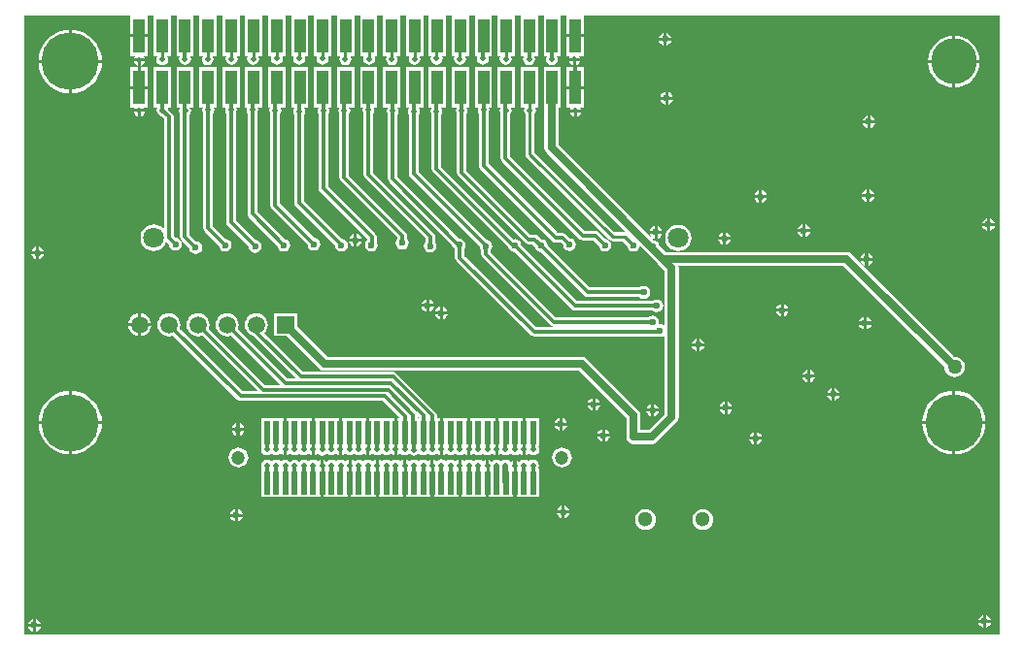
<source format=gbl>
%FSTAX24Y24*%
%MOMM*%
%SFA1B1*%

%IPPOS*%
%ADD12R,0.999998X2.999994*%
%ADD13R,0.499999X1.999996*%
%ADD20C,0.250000*%
%ADD21C,0.309999*%
%ADD22C,0.499999*%
%ADD23C,0.699999*%
%ADD24C,0.299999*%
%ADD25C,0.799998*%
%ADD26C,1.199998*%
%ADD27C,4.999990*%
%ADD28C,3.999992*%
%ADD29C,1.499997*%
%ADD30R,1.499997X1.499997*%
%ADD31C,1.299997*%
%ADD32C,1.799996*%
%ADD33C,0.599999*%
%ADD34C,0.509999*%
%ADD35C,1.269997*%
%LNio-testing-mezzanine-1*%
%LPD*%
G36*
X949999Y099999D02*
X099999D01*
Y639999*
X192499*
Y623799*
X207499*
Y639999*
X212499*
Y604999*
X216099*
X215399Y603899*
X214999Y601899*
X215399Y599899*
X216499Y598199*
X218199Y597099*
X220199Y596699*
X222199Y597099*
X223899Y598199*
X224999Y599899*
X225399Y601899*
X224999Y603899*
X224299Y604999*
X227499*
Y639999*
X232499*
Y604999*
X235599*
X235199Y604399*
X234799Y602399*
X235199Y600399*
X236299Y598699*
X237999Y597599*
X239999Y597199*
X241999Y597599*
X243699Y598699*
X244799Y600399*
X245199Y602399*
X244799Y604399*
X244399Y604999*
X247499*
Y639999*
X252499*
Y604999*
X255399*
X254899Y604199*
X254499Y602199*
X254899Y600199*
X255999Y598499*
X257699Y597399*
X259699Y596999*
X261699Y597399*
X263399Y598499*
X264499Y600199*
X264899Y602199*
X264499Y604199*
X263999Y604999*
X267499*
Y639999*
X272499*
Y604999*
X276199*
X275799Y604399*
X275399Y602399*
X275799Y600399*
X276899Y598699*
X278599Y597599*
X280599Y597199*
X282599Y597599*
X284299Y598699*
X285399Y600399*
X285799Y602399*
X285399Y604399*
X284999Y604999*
X287499*
Y639999*
X292499*
Y604999*
X294999*
X294599Y604399*
X294199Y602399*
X294599Y600399*
X295699Y598699*
X297399Y597599*
X299399Y597199*
X301399Y597599*
X303099Y598699*
X304199Y600399*
X304599Y602399*
X304199Y604399*
X303799Y604999*
X307499*
Y639999*
X312499*
Y604999*
X315599*
X315299Y604599*
X314899Y602599*
X315299Y600599*
X316399Y598899*
X318099Y597799*
X320099Y597399*
X322099Y597799*
X323799Y598899*
X324899Y600599*
X325299Y602599*
X324899Y604599*
X324599Y604999*
X327499*
Y639999*
X332499*
Y604999*
X334999*
X334699Y604599*
X334299Y602599*
X334699Y600599*
X335799Y598899*
X337499Y597799*
X339499Y597399*
X341499Y597799*
X343199Y598899*
X344299Y600599*
X344699Y602599*
X344299Y604599*
X343999Y604999*
X347499*
Y639999*
X352499*
Y604999*
X355299*
X354999Y604599*
X354599Y602599*
X354999Y600599*
X356099Y598899*
X357799Y597799*
X359799Y597399*
X361799Y597799*
X363499Y598899*
X364599Y600599*
X364999Y602599*
X364599Y604599*
X364299Y604999*
X367499*
Y639999*
X372499*
Y604999*
X375399*
X374899Y604199*
X374499Y602199*
X374899Y600199*
X375999Y598499*
X377699Y597399*
X379699Y596999*
X381699Y597399*
X383399Y598499*
X384499Y600199*
X384899Y602199*
X384499Y604199*
X383999Y604999*
X387499*
Y639999*
X392499*
Y604999*
X395999*
X395599Y604399*
X395199Y602399*
X395599Y600399*
X396699Y598699*
X398399Y597599*
X400399Y597199*
X402399Y597599*
X404099Y598699*
X405199Y600399*
X405599Y602399*
X405199Y604399*
X404799Y604999*
X407499*
Y639999*
X412499*
Y604999*
X415899*
X415399Y604199*
X414999Y602199*
X415399Y600199*
X416499Y598499*
X418199Y597399*
X420199Y596999*
X422199Y597399*
X423899Y598499*
X424999Y600199*
X425399Y602199*
X424999Y604199*
X424499Y604999*
X427499*
Y639999*
X432499*
Y604999*
X435699*
X435299Y604399*
X434899Y602399*
X435299Y600399*
X436399Y598699*
X438099Y597599*
X440099Y597199*
X442099Y597599*
X443799Y598699*
X444899Y600399*
X445299Y602399*
X444899Y604399*
X4445Y604999*
X447499*
Y639999*
X452499*
Y604999*
X454799*
X454499Y604599*
X454099Y602599*
X454499Y600599*
X455599Y598899*
X457299Y597799*
X459299Y597399*
X461299Y597799*
X462999Y598899*
X464099Y600599*
X464499Y602599*
X464099Y604599*
X463799Y604999*
X467499*
Y639999*
X472499*
Y604999*
X475199*
X474799Y604399*
X474399Y602399*
X474799Y600399*
X475899Y598699*
X477599Y597599*
X479599Y597199*
X481599Y597599*
X483299Y598699*
X484399Y600399*
X484799Y602399*
X484399Y604399*
X483999Y604999*
X487499*
Y639999*
X492499*
Y604999*
X494999*
X494699Y604599*
X494299Y602599*
X494699Y600599*
X495799Y598899*
X497499Y597799*
X499499Y597399*
X501499Y597799*
X503199Y598899*
X504299Y600599*
X504699Y602599*
X504299Y604599*
X503999Y604999*
X507499*
Y639999*
X512499*
Y604999*
X515099*
X514699Y604399*
X514299Y602399*
X514699Y600399*
X515799Y598699*
X517499Y597599*
X519499Y597199*
X521499Y597599*
X523199Y598699*
X524299Y600399*
X524699Y602399*
X524299Y604399*
X523899Y604999*
X527499*
Y639999*
X532499*
Y604999*
X535499*
X534999Y604199*
X534599Y602199*
X534999Y600199*
X536099Y598499*
X537799Y597399*
X539799Y596999*
X541799Y597399*
X543499Y598499*
X544599Y600199*
X544999Y602199*
X544599Y604199*
X544099Y604999*
X547499*
Y639999*
X552499*
Y604999*
X555299*
X554799Y604199*
X554399Y602199*
X554799Y600199*
X555899Y598499*
X557599Y597399*
X559599Y596999*
X561599Y597399*
X563299Y598499*
X564399Y600199*
X564799Y602199*
X564399Y604199*
X563899Y604999*
X567499*
Y639999*
X572499*
Y623799*
X587499*
Y639999*
X949999*
Y099999*
G37*
%LNio-testing-mezzanine-2*%
%LPC*%
G36*
X659699Y625099D02*
Y620999D01*
X663799*
X663599Y621899*
X662399Y623699*
X660599Y624899*
X659699Y625099*
G37*
G36*
X657099D02*
X656199Y624899D01*
X654399Y623699*
X653199Y621899*
X652999Y620999*
X657099*
Y625099*
G37*
G36*
X663799Y618399D02*
X659699D01*
Y614299*
X660599Y614499*
X662399Y615699*
X663599Y617499*
X663799Y618399*
G37*
G36*
X657099D02*
X652999D01*
X653199Y617499*
X654399Y615699*
X656199Y614499*
X657099Y614299*
Y618399*
G37*
G36*
X587499Y621199D02*
X572499D01*
Y604999*
X575199*
X574499Y603999*
X574399Y603299*
X5842*
X584099Y603999*
X583399Y604999*
X587499*
Y621199*
G37*
G36*
X207499D02*
X192499D01*
Y604999*
X196299*
X195299Y603499*
X195199Y602799*
X204999*
X204899Y603499*
X203899Y604999*
X207499*
Y621199*
G37*
G36*
X911299Y622499D02*
Y601299D01*
X932499*
X932199Y604399*
X930899Y608699*
X928799Y612599*
X925999Y615999*
X922599Y618799*
X918699Y620899*
X9144Y622199*
X911299Y622499*
G37*
G36*
X908699D02*
X905599Y622199D01*
X901299Y620899*
X897399Y618799*
X893999Y615999*
X891199Y612599*
X889099Y608699*
X887799Y604399*
X887499Y601299*
X908699*
Y622499*
G37*
G36*
X141299Y627499D02*
Y601299D01*
X167499*
X167299Y604299*
X166299Y608499*
X164599Y612499*
X162299Y616199*
X159499Y619499*
X156199Y6223*
X152499Y624599*
X148499Y626299*
X144299Y627299*
X141299Y627499*
G37*
G36*
X138699D02*
X135699Y627299D01*
X131499Y626299*
X127499Y624599*
X123799Y6223*
X120499Y619499*
X117699Y616199*
X115399Y612499*
X113699Y608499*
X112699Y604299*
X112499Y601299*
X138699*
Y627499*
G37*
G36*
X5842Y600699D02*
X580599D01*
Y597099*
X581299Y597199*
X582999Y598299*
X584099Y599999*
X5842Y600699*
G37*
G36*
X577999D02*
X574399D01*
X574499Y599999*
X575599Y598299*
X577299Y597199*
X577999Y597099*
Y600699*
G37*
G36*
X204999Y600199D02*
X201399D01*
Y596599*
X202099Y596699*
X203799Y597799*
X204899Y599499*
X204999Y600199*
G37*
G36*
X198799D02*
X195199D01*
X195299Y599499*
X196399Y597799*
X198099Y596699*
X198799Y596599*
Y600199*
G37*
G36*
X587499Y594999D02*
X581299D01*
Y578799*
X587499*
Y594999*
G37*
G36*
X578699D02*
X572499D01*
Y578799*
X578699*
Y594999*
G37*
G36*
X207499D02*
X201299D01*
Y578799*
X207499*
Y594999*
G37*
G36*
X198699D02*
X192499D01*
Y578799*
X198699*
Y594999*
G37*
G36*
X932499Y598699D02*
X911299D01*
Y577499*
X9144Y577799*
X918699Y579099*
X922599Y581199*
X925999Y583999*
X928799Y587399*
X930899Y591299*
X932199Y595599*
X932499Y598699*
G37*
G36*
X908699D02*
X887499D01*
X887799Y595599*
X889099Y591299*
X891199Y587399*
X893999Y583999*
X897399Y581199*
X901299Y579099*
X905599Y577799*
X908699Y577499*
Y598699*
G37*
G36*
X167499D02*
X141299D01*
Y572499*
X144299Y572699*
X148499Y573699*
X152499Y575399*
X156199Y577699*
X159499Y580499*
X162299Y583799*
X164599Y587499*
X166299Y591499*
X167299Y595699*
X167499Y598699*
G37*
G36*
X138699D02*
X112499D01*
X112699Y595699*
X113699Y591499*
X115399Y587499*
X117699Y583799*
X120499Y580499*
X123799Y577699*
X127499Y575399*
X131499Y573699*
X135699Y572699*
X138699Y572499*
Y598699*
G37*
G36*
X660999Y573499D02*
Y569399D01*
X665099*
X664899Y570299*
X663699Y572099*
X661899Y573299*
X660999Y573499*
G37*
G36*
X658399D02*
X657499Y573299D01*
X655699Y572099*
X654499Y570299*
X654299Y569399*
X658399*
Y573499*
G37*
G36*
X665099Y566799D02*
X660999D01*
Y562699*
X661899Y562899*
X663699Y564099*
X664899Y565899*
X665099Y566799*
G37*
G36*
X658399D02*
X654299D01*
X654499Y565899*
X655699Y564099*
X657499Y562899*
X658399Y562699*
Y566799*
G37*
G36*
X207499Y576199D02*
X192499D01*
Y559999*
X195799*
X195299Y559299*
X195199Y558599*
X204999*
X204899Y559299*
X204399Y559999*
X207499*
Y576199*
G37*
G36*
X587499D02*
X572499D01*
Y559999*
X576099*
X575499Y559099*
X575399Y558399*
X585199*
X585099Y559099*
X584499Y559999*
X587499*
Y576199*
G37*
G36*
X204999Y555999D02*
X201399D01*
Y552399*
X202099Y552499*
X203799Y553599*
X204899Y555299*
X204999Y555999*
G37*
G36*
X198799D02*
X195199D01*
X195299Y555299*
X196399Y553599*
X198099Y552499*
X198799Y552399*
Y555999*
G37*
G36*
X585199Y555799D02*
X581599D01*
Y552199*
X582299Y552299*
X583999Y553399*
X585099Y555099*
X585199Y555799*
G37*
G36*
X578999D02*
X575399D01*
X575499Y555099*
X576599Y553399*
X578299Y552299*
X578999Y552199*
Y555799*
G37*
G36*
X837199Y552999D02*
Y548899D01*
X841299*
X841099Y549799*
X839899Y551599*
X838099Y552799*
X837199Y552999*
G37*
G36*
X834599D02*
X833699Y552799D01*
X831899Y551599*
X830699Y549799*
X830499Y548899*
X834599*
Y552999*
G37*
G36*
X841299Y546299D02*
X837199D01*
Y542199*
X838099Y542399*
X839899Y543599*
X841099Y545399*
X841299Y546299*
G37*
G36*
X834599D02*
X830499D01*
X830699Y545399*
X831899Y543599*
X833699Y542399*
X834599Y542199*
Y546299*
G37*
G36*
X836599Y488499D02*
Y484399D01*
X840699*
X840499Y485299*
X839299Y487099*
X837499Y488299*
X836599Y488499*
G37*
G36*
X833999D02*
X833099Y488299D01*
X831299Y487099*
X830099Y485299*
X829899Y484399*
X833999*
Y488499*
G37*
G36*
X742899Y487599D02*
Y483499D01*
X746999*
X746799Y484399*
X745599Y486199*
X743799Y487399*
X742899Y487599*
G37*
G36*
X740299D02*
X739399Y487399D01*
X737599Y486199*
X736399Y484399*
X736199Y483499*
X740299*
Y487599*
G37*
G36*
X840699Y481799D02*
X836599D01*
Y477699*
X837499Y477899*
X839299Y479099*
X840499Y480899*
X840699Y481799*
G37*
G36*
X833999D02*
X829899D01*
X830099Y480899*
X831299Y479099*
X833099Y477899*
X833999Y477699*
Y481799*
G37*
G36*
X746999Y480899D02*
X742899D01*
Y476799*
X743799Y476999*
X745599Y478199*
X746799Y479999*
X746999Y480899*
G37*
G36*
X740299D02*
X736199D01*
X736399Y479999*
X737599Y478199*
X739399Y476999*
X740299Y476799*
Y480899*
G37*
G36*
X941499Y463299D02*
Y459199D01*
X945599*
X945399Y460099*
X944199Y461899*
X942399Y463099*
X941499Y463299*
G37*
G36*
X938899D02*
X937999Y463099D01*
X936199Y461899*
X934999Y460099*
X934799Y459199*
X938899*
Y463299*
G37*
G36*
X780599Y457999D02*
Y453899D01*
X784699*
X784499Y454799*
X783299Y456599*
X781499Y457799*
X780599Y457999*
G37*
G36*
X777999D02*
X777099Y457799D01*
X775299Y456599*
X774099Y454799*
X773899Y453899*
X777999*
Y457999*
G37*
G36*
X227499Y594999D02*
X212499D01*
Y559999*
X2159*
X215599Y559499*
X215199Y557499*
X215599Y555499*
X216699Y553799*
X218399Y552699*
X219499Y552499*
X221599Y550399*
Y453599*
X220899Y454499*
X218499Y456399*
X215699Y457499*
X212699Y457899*
X209699Y457499*
X206899Y456399*
X204499Y454499*
X202599Y452099*
X201499Y449299*
X201099Y446299*
X201499Y443299*
X202599Y440499*
X204499Y438099*
X206899Y436199*
X209699Y435099*
X212699Y434699*
X215699Y435099*
X218499Y436199*
X220899Y438099*
X222799Y440499*
X223699Y442799*
X225999Y440499*
X226399Y438599*
X227599Y436799*
X229399Y435599*
X231599Y435199*
X233799Y435599*
X235599Y436799*
X236799Y438599*
X237199Y440799*
X236799Y442999*
X235599Y444799*
X233799Y445999*
X231899Y446399*
X229999Y448299*
Y552099*
X229599Y553699*
X228699Y555099*
X225399Y558399*
X225199Y559499*
X224899Y559999*
X227499*
Y594999*
G37*
G36*
X945599Y456599D02*
X941499D01*
Y452499*
X942399Y452699*
X944199Y453899*
X945399Y455699*
X945599Y456599*
G37*
G36*
X938899D02*
X934799D01*
X934999Y455699*
X936199Y453899*
X937999Y452699*
X938899Y452499*
Y456599*
G37*
G36*
X651599Y456499D02*
Y452399D01*
X655699*
X655499Y453299*
X654299Y455099*
X652499Y456299*
X651599Y456499*
G37*
G36*
X648999D02*
X648099Y456299D01*
X646299Y455099*
X645099Y453299*
X644899Y452399*
X648999*
Y456499*
G37*
G36*
X567499Y594999D02*
X552499D01*
Y559999*
X553299*
Y524799*
X553799Y522399*
X555099Y520399*
X624899Y450699*
X623399Y450999*
X614199*
X544399Y520799*
Y553799*
X545399Y555299*
X545799Y557299*
X545399Y559299*
X544899Y559999*
X547499*
Y594999*
X532499*
Y559999*
X536299*
X535799Y559299*
X535399Y557299*
X535799Y555299*
X536599Y554099*
Y519199*
X536899Y517699*
X537799Y516499*
X609899Y444399*
X611099Y443499*
X612599Y443199*
X621799*
X625099Y439899*
Y439799*
X625499Y437599*
X626699Y435799*
X628499Y434599*
X630699Y434199*
X632899Y434599*
X634699Y435799*
X635899Y437599*
X636299Y439299*
X652099Y423399*
X657899Y417699*
Y369499*
X656199Y370599*
X653999Y370999*
X652499Y370799*
X652899Y372899*
X652499Y375099*
X651299Y376899*
X649499Y378099*
X647299Y378499*
X645099Y378099*
X643599Y377099*
X563199*
X506399Y433899*
Y435099*
X507399Y436599*
X507799Y438799*
X507399Y440999*
X506199Y442799*
X504399Y443999*
X502999Y444299*
X443399Y503899*
Y553699*
X444099Y554799*
X4445Y556799*
X444099Y5588*
X443399Y559899*
Y559999*
X447499*
Y594999*
X432499*
Y559999*
X434999*
Y559599*
X434499Y5588*
X434099Y556799*
X434499Y554799*
X434999Y553999*
Y502199*
X435299Y500899*
Y500599*
X436299Y499299*
X496599Y438899*
Y438799*
X496999Y436599*
X497999Y435099*
Y432199*
X498299Y430899*
Y430599*
X499299Y429299*
X558599Y369999*
X559899Y368999*
X560199*
X561499Y368699*
X643599*
X643799Y368599*
X545699*
X483699Y430599*
Y437199*
X484199Y437999*
X484599Y440199*
X484199Y442399*
X482999Y444199*
X481199Y445399*
X478999Y445799*
X478699*
X425199Y499299*
Y553799*
X425899Y554899*
X426299Y556899*
X425899Y558899*
X425199Y559999*
X427499*
Y594999*
X412499*
Y559999*
X416799*
Y559699*
X416299Y558899*
X415899Y556899*
X416299Y554899*
X416799Y554099*
Y497599*
X417099Y496299*
Y495999*
X418099Y494699*
X473599Y439099*
X473799Y437999*
X474999Y436199*
X475299Y435999*
Y428899*
X475599Y427599*
Y427299*
X476599Y425999*
X541099Y361499*
X541999Y360799*
X542399Y360499*
X543999Y360199*
X651799*
X653999Y359799*
X656199Y360199*
X657899Y361299*
Y292399*
X643999Y278599*
X637099*
Y291499*
X636599Y293899*
X635299Y295899*
X590499Y340699*
X588499Y341999*
X586099Y342499*
X364299*
X337599Y369099*
Y380399*
X317599*
Y360399*
X328899*
X357299Y331899*
X359299Y330599*
X361699Y330099*
X583499*
X624699Y288899*
Y272399*
X625199Y269999*
X626499Y267999*
X628499Y2667*
X630899Y266199*
X646599*
X648999Y2667*
X650999Y267999*
X668399Y285499*
X669699Y287499*
X670199Y289799*
Y420299*
X669899Y421599*
X813899*
X901799Y333799*
X9017Y333599*
X901999Y331299*
X902899Y329099*
X904399Y327299*
X906199Y325799*
X908399Y324899*
X910699Y324599*
X912999Y324899*
X915199Y325799*
X916999Y327299*
X918499Y329099*
X919399Y331299*
X919699Y333599*
X919399Y335899*
X918499Y338099*
X916999Y339899*
X915199Y341399*
X912999Y342299*
X910699Y342599*
X910499Y342499*
X820899Y432199*
X818899Y433499*
X816499Y433999*
X659099*
X652999Y439999*
X652799Y440999*
X651599Y442799*
X649799Y443999*
X648799Y444199*
X565699Y527399*
Y559999*
X567499*
Y594999*
G37*
G36*
X784699Y451299D02*
X780599D01*
Y447199*
X781499Y447399*
X783299Y448599*
X784499Y450399*
X784699Y451299*
G37*
G36*
X777999D02*
X773899D01*
X774099Y450399*
X775299Y448599*
X777099Y447399*
X777999Y447199*
Y451299*
G37*
G36*
X711399Y451099D02*
Y446999D01*
X715499*
X715299Y447899*
X714099Y449699*
X712299Y450899*
X711399Y451099*
G37*
G36*
X708799D02*
X707899Y450899D01*
X706099Y449699*
X704899Y447899*
X704699Y446999*
X708799*
Y451099*
G37*
G36*
X655699Y449799D02*
X651599D01*
Y445699*
X652499Y445899*
X654299Y447099*
X655499Y448899*
X655699Y449799*
G37*
G36*
X648999D02*
X644899D01*
X645099Y448899*
X646299Y447099*
X648099Y445899*
X648999Y445699*
Y449799*
G37*
G36*
X389799Y449599D02*
Y445499D01*
X393899*
X3937Y446399*
X392499Y448199*
X390699Y449399*
X389799Y449599*
G37*
G36*
X387199D02*
X386299Y449399D01*
X384499Y448199*
X383299Y446399*
X383099Y445499*
X387199*
Y449599*
G37*
G36*
X715499Y444399D02*
X711399D01*
Y440299*
X712299Y440499*
X714099Y441699*
X715299Y443499*
X715499Y444399*
G37*
G36*
X708799D02*
X704699D01*
X704899Y443499*
X706099Y441699*
X707899Y440499*
X708799Y440299*
Y444399*
G37*
G36*
X393899Y442899D02*
X389799D01*
Y438799*
X390699Y438999*
X392499Y440199*
X3937Y441999*
X393899Y442899*
G37*
G36*
X387199D02*
X383099D01*
X383299Y441999*
X384499Y440199*
X386299Y438999*
X387199Y438799*
Y442899*
G37*
G36*
X387499Y594999D02*
X372499D01*
Y559999*
X374499*
X373999Y559299*
X373599Y557299*
X373999Y555299*
X374499Y554499*
Y498799*
X374799Y497499*
Y497199*
X375799Y495899*
X424999Y446599*
Y445399*
X423999Y443899*
X423599Y441699*
X423999Y439499*
X425199Y437699*
X426999Y436499*
X429199Y436099*
X431399Y436499*
X433199Y437699*
X434399Y439499*
X434799Y441699*
X434399Y443899*
X433399Y445399*
Y448299*
X433099Y449899*
X432099Y451199*
X382899Y500499*
Y554199*
X383599Y555299*
X383999Y557299*
X383599Y559299*
X383099Y559999*
X387499*
Y594999*
G37*
G36*
X327499D02*
X312499D01*
Y559999*
X314199*
X313899Y559499*
X313499Y557499*
X313899Y555499*
X314399Y554699*
Y474299*
X314699Y472999*
Y472699*
X315699Y471399*
X346799Y440199*
X347199Y438299*
X348399Y436499*
X350199Y435299*
X352399Y434899*
X354599Y435299*
X356399Y436499*
X357599Y438299*
X357999Y440499*
X357599Y442699*
X356399Y4445*
X354599Y445699*
X352699Y446099*
X322799Y475999*
Y554399*
X323499Y555499*
X323899Y557499*
X323499Y559499*
X323199Y559999*
X327499*
Y594999*
G37*
G36*
X507499D02*
X492499D01*
Y559999*
X495399*
X4953Y559899*
X494899Y557899*
X4953Y555899*
X495799Y555099*
Y509399*
X496099Y508099*
Y507799*
X497099Y506499*
X560299Y443299*
X561599Y442299*
X561899*
X563199Y441999*
X567399*
X569399Y439999*
X569799Y438099*
X570999Y436299*
X572799Y435099*
X574999Y434699*
X577199Y435099*
X578999Y436299*
X580199Y438099*
X580599Y440299*
X580199Y442499*
X578999Y444299*
X577199Y445499*
X575299Y445899*
X571999Y449099*
X570699Y450099*
X570399*
X569099Y450399*
X564899*
X504199Y511099*
Y554799*
X504899Y555899*
X505299Y557899*
X504899Y559899*
X504799Y559999*
X507499*
Y594999*
G37*
G36*
X669899Y457699D02*
X666899Y457299D01*
X664099Y456199*
X661699Y454299*
X659799Y451899*
X658699Y449099*
X658299Y446099*
X658699Y443099*
X659799Y440299*
X661699Y437899*
X664099Y435999*
X666899Y434899*
X669899Y434499*
X672899Y434899*
X675699Y435999*
X678099Y437899*
X679999Y440299*
X681099Y443099*
X681499Y446099*
X681099Y449099*
X679999Y451899*
X678099Y454299*
X675699Y456199*
X672899Y457299*
X669899Y457699*
G37*
G36*
X112799Y438499D02*
Y434399D01*
X116899*
X116699Y435299*
X115499Y437099*
X113699Y438299*
X112799Y438499*
G37*
G36*
X110199D02*
X109299Y438299D01*
X107499Y437099*
X106299Y435299*
X106099Y434399*
X110199*
Y438499*
G37*
G36*
X527499Y594999D02*
X512499D01*
Y559999*
X515199*
X514699Y559299*
X514299Y557299*
X514699Y555299*
X515199Y554499*
Y515599*
X515499Y514299*
Y513999*
X516499Y512699*
X583699Y445499*
X584599Y444799*
X584999Y4445*
X586599Y444199*
X595699*
X600399Y439499*
X600799Y437599*
X601999Y435799*
X603799Y434599*
X605999Y434199*
X608199Y434599*
X609999Y435799*
X611199Y437599*
X611599Y439799*
X611199Y441999*
X609999Y443799*
X608199Y444999*
X606299Y445399*
X600299Y451299*
X598999Y452299*
X598699*
X597399Y452599*
X588299*
X523599Y517299*
Y554199*
X524299Y555299*
X524699Y557299*
X524299Y559299*
X523799Y559999*
X527499*
Y594999*
G37*
G36*
X367499D02*
X352499D01*
Y559999*
X356299*
X355799Y559299*
X355399Y557299*
X355799Y555299*
X356299Y554499*
Y489499*
X356599Y488199*
Y487899*
X357599Y486599*
X398599Y445499*
Y443999*
X398299Y443799*
X397099Y441999*
X396699Y439799*
X397099Y437599*
X398299Y435799*
X400099Y434599*
X402299Y434199*
X404499Y434599*
X406299Y435799*
X407499Y437599*
X407899Y439799*
X407499Y441999*
X406999Y442799*
Y447199*
X406699Y448799*
X405699Y450099*
X364699Y491199*
Y554199*
X365399Y555299*
X365799Y557299*
X365399Y559299*
X364899Y559999*
X367499*
Y594999*
G37*
G36*
X347499D02*
X332499D01*
Y559999*
X335299*
Y559399*
X334799Y558599*
X334399Y556599*
X334799Y554599*
X335299Y553799*
Y476699*
X335599Y475399*
Y475099*
X336599Y473799*
X370699Y439599*
X371099Y437599*
X372299Y435799*
X374099Y434599*
X376299Y434199*
X378499Y434599*
X380299Y435799*
X381499Y437599*
X381899Y439799*
X381499Y441999*
X380299Y443799*
X378499Y444999*
X376699Y445399*
X343699Y478399*
Y553499*
X344399Y554599*
X344799Y556599*
X344399Y558599*
X343699Y559699*
Y559999*
X347499*
Y594999*
G37*
G36*
X307499D02*
X292499D01*
Y559999*
X293899*
X293799Y559899*
X293399Y557899*
X293799Y555899*
X294299Y555099*
Y467299*
X294599Y465999*
Y465699*
X295599Y464399*
X320399Y439499*
X320799Y437599*
X321999Y435799*
X323799Y434599*
X325999Y434199*
X328199Y434599*
X329999Y435799*
X331199Y437599*
X331599Y439799*
X331199Y441999*
X329999Y443799*
X328199Y444999*
X326299Y445399*
X302699Y468999*
Y554799*
X303399Y555899*
X303799Y557899*
X303399Y559899*
X303299Y559999*
X307499*
Y594999*
G37*
G36*
X267499D02*
X252499D01*
Y559999*
X255699*
X255499Y559699*
X255099Y557699*
X255499Y555699*
X255999Y554899*
Y454599*
X256299Y453299*
Y452999*
X257299Y451699*
X269399Y439499*
X269799Y437599*
X270999Y435799*
X272799Y434599*
X274999Y434199*
X277199Y434599*
X278999Y435799*
X280199Y437599*
X280599Y439799*
X280199Y441999*
X278999Y443799*
X277199Y444999*
X275299Y445399*
X264399Y456299*
Y554599*
X265099Y555699*
X265499Y557699*
X265099Y559699*
X264899Y559999*
X267499*
Y594999*
G37*
G36*
X407499D02*
X392499D01*
Y559999*
X395299*
X395099Y559699*
X394699Y557699*
X395099Y555699*
X395599Y554899*
Y501499*
X395899Y500199*
Y499899*
X396899Y498599*
X449999Y445399*
Y443299*
X449699Y443099*
X448499Y441299*
X448099Y439099*
X448499Y436899*
X449699Y435099*
X451499Y433899*
X453699Y433499*
X455899Y433899*
X457699Y435099*
X458899Y436899*
X459299Y439099*
X458899Y441299*
X458399Y442099*
Y447099*
X458099Y448699*
X457099Y449999*
X403999Y503199*
Y554599*
X404699Y555699*
X405099Y557699*
X404699Y559699*
X404499Y559999*
X407499*
Y594999*
G37*
G36*
X287499D02*
X272499D01*
Y559999*
X275299*
X275199Y559899*
X274799Y557899*
X275199Y555899*
X275699Y555099*
Y459899*
X275999Y458599*
Y458299*
X276999Y456999*
X295399Y438499*
X295799Y436599*
X296999Y434799*
X298799Y433599*
X300999Y433199*
X303199Y433599*
X304999Y434799*
X306199Y436599*
X306599Y438799*
X306199Y440999*
X304999Y442799*
X303199Y443999*
X301299Y444399*
X284099Y461599*
Y554799*
X284799Y555899*
X285199Y557899*
X284799Y559899*
X284699Y559999*
X287499*
Y594999*
G37*
G36*
X247499D02*
X232499D01*
Y559999*
X235799*
Y559699*
X235299Y558899*
X234899Y556899*
X235299Y554899*
X235799Y554099*
Y446999*
X236099Y445699*
Y445399*
X237099Y444099*
X243699Y437399*
X244099Y435499*
X245299Y433699*
X247099Y432499*
X249299Y432099*
X251499Y432499*
X253299Y433699*
X254499Y435499*
X254899Y437699*
X254499Y439899*
X253299Y441699*
X251499Y442899*
X249599Y443299*
X244199Y448699*
Y553799*
X244899Y554899*
X245299Y556899*
X244899Y558899*
X244199Y559999*
X247499*
Y594999*
G37*
G36*
X835299Y432799D02*
Y428699D01*
X839399*
X839199Y429599*
X837999Y431399*
X836199Y432599*
X835299Y432799*
G37*
G36*
X832699D02*
X831799Y432599D01*
X829999Y431399*
X828799Y429599*
X828599Y428699*
X832699*
Y432799*
G37*
G36*
X116899Y4318D02*
X112799D01*
Y427699*
X113699Y427899*
X115499Y429099*
X116699Y430899*
X116899Y4318*
G37*
G36*
X110199D02*
X106099D01*
X106299Y430899*
X107499Y429099*
X109299Y427899*
X110199Y427699*
Y4318*
G37*
G36*
X839399Y426099D02*
X835299D01*
Y421999*
X836199Y422199*
X837999Y423399*
X839199Y425199*
X839399Y426099*
G37*
G36*
X832699D02*
X828599D01*
X828799Y425199*
X829999Y423399*
X831799Y422199*
X832699Y421999*
Y426099*
G37*
G36*
X487499Y594999D02*
X472499D01*
Y559999*
X476899*
X476399Y559299*
X475999Y557299*
X476399Y555299*
X476899Y554499*
Y503299*
X477199Y501999*
Y501699*
X478199Y500399*
X536499Y442099*
X537399Y441399*
X537799Y441099*
X539399Y440799*
X543099*
X544799Y439099*
X545199Y437199*
X546399Y435399*
X548199Y434199*
X550099Y433799*
X588299Y395699*
X589599Y394699*
X589899*
X591199Y394399*
X636199*
X637699Y393399*
X639899Y392999*
X642099Y393399*
X643899Y394599*
X645099Y396399*
X645499Y398599*
X645099Y400799*
X643899Y402599*
X642099Y403799*
X639899Y404199*
X637699Y403799*
X636199Y402799*
X592899*
X555999Y439699*
X555599Y441599*
X554399Y443399*
X552599Y444599*
X550699Y444999*
X547699Y447899*
X546399Y448899*
X5461*
X544799Y449199*
X541099*
X485299Y504999*
Y554199*
X485999Y555299*
X486399Y557299*
X485999Y559299*
X485499Y559999*
X487499*
Y594999*
G37*
G36*
X452799Y392499D02*
Y388399D01*
X456899*
X456699Y389299*
X455499Y391099*
X453699Y392299*
X452799Y392499*
G37*
G36*
X450199D02*
X449299Y392299D01*
X447499Y391099*
X446299Y389299*
X446099Y388399*
X450199*
Y392499*
G37*
G36*
X761699Y388499D02*
Y384399D01*
X765799*
X765599Y385299*
X764399Y387099*
X762599Y388299*
X761699Y388499*
G37*
G36*
X759099D02*
X758199Y388299D01*
X756399Y387099*
X755199Y385299*
X754999Y384399*
X759099*
Y388499*
G37*
G36*
X464599Y386099D02*
Y381999D01*
X468699*
X468499Y382899*
X467299Y384699*
X465499Y385899*
X464599Y386099*
G37*
G36*
X461999D02*
X461099Y385899D01*
X459299Y384699*
X458099Y382899*
X457899Y381999*
X461999*
Y386099*
G37*
G36*
X456899Y385799D02*
X452799D01*
Y381699*
X453699Y381899*
X455499Y383099*
X456699Y384899*
X456899Y385799*
G37*
G36*
X450199D02*
X446099D01*
X446299Y384899*
X447499Y383099*
X449299Y381899*
X450199Y381699*
Y385799*
G37*
G36*
X467499Y594999D02*
X452499D01*
Y559999*
X454799*
Y559599*
X454299Y5588*
X453899Y556799*
X454299Y554799*
X454799Y553999*
Y506399*
X455099Y505099*
Y504799*
X456099Y503499*
X522099Y437399*
X523299Y435599*
X525099Y434399*
X526999Y433999*
X577099Y383999*
X578399Y382999*
X578699*
X579999Y382699*
X647299*
X648799Y381699*
X650999Y381299*
X653199Y381699*
X654999Y382899*
X656199Y384699*
X656599Y386899*
X656199Y389099*
X654999Y390899*
X653199Y392099*
X650999Y392499*
X648799Y392099*
X647299Y391099*
X581699*
X532899Y439899*
X532499Y441799*
X531299Y443599*
X529499Y444799*
X527299Y445199*
X526299Y444999*
X463199Y508099*
Y553699*
X463899Y554799*
X464299Y556799*
X463899Y5588*
X463299Y559699*
Y559999*
X467499*
Y594999*
G37*
G36*
X765799Y381799D02*
X761699D01*
Y377699*
X762599Y377899*
X764399Y379099*
X765599Y380899*
X765799Y381799*
G37*
G36*
X759099D02*
X754999D01*
X755199Y380899*
X756399Y379099*
X758199Y377899*
X759099Y377699*
Y381799*
G37*
G36*
X468699Y379399D02*
X464599D01*
Y375299*
X465499Y375499*
X467299Y376699*
X468499Y378499*
X468699Y379399*
G37*
G36*
X461999D02*
X457899D01*
X458099Y378499*
X459299Y376699*
X461099Y375499*
X461999Y375299*
Y379399*
G37*
G36*
X833999Y377199D02*
Y373099D01*
X838099*
X837899Y373999*
X836699Y375799*
X834899Y376999*
X833999Y377199*
G37*
G36*
X831399D02*
X830499Y376999D01*
X828699Y375799*
X827499Y373999*
X827299Y373099*
X831399*
Y377199*
G37*
G36*
X201899Y380399D02*
Y371699D01*
X210599*
X210399Y372999*
X209399Y375499*
X207799Y377599*
X205699Y379199*
X2032Y380199*
X201899Y380399*
G37*
G36*
X199299D02*
X197999Y380199D01*
X195499Y379199*
X193399Y377599*
X191799Y375499*
X190799Y372999*
X190599Y371699*
X199299*
Y380399*
G37*
G36*
X838099Y370499D02*
X833999D01*
Y366399*
X834899Y366599*
X836699Y367799*
X837899Y369599*
X838099Y370499*
G37*
G36*
X831399D02*
X827299D01*
X827499Y369599*
X828699Y367799*
X830499Y366599*
X831399Y366399*
Y370499*
G37*
G36*
X210599Y369099D02*
X201899D01*
Y360399*
X2032Y360599*
X205699Y361599*
X207799Y363199*
X209399Y365299*
X210399Y367799*
X210599Y369099*
G37*
G36*
X199299D02*
X190599D01*
X190799Y367799*
X191799Y365299*
X193399Y363199*
X195499Y361599*
X197999Y360599*
X199299Y360399*
Y369099*
G37*
G36*
X688399Y358399D02*
Y354299D01*
X692499*
X692299Y355199*
X691099Y356999*
X689299Y358199*
X688399Y358399*
G37*
G36*
X6858D02*
X684899Y358199D01*
X683099Y356999*
X681899Y355199*
X681699Y354299*
X6858*
Y358399*
G37*
G36*
X692499Y351699D02*
X688399D01*
Y347599*
X689299Y347799*
X691099Y348999*
X692299Y350799*
X692499Y351699*
G37*
G36*
X6858D02*
X681699D01*
X681899Y350799*
X683099Y348999*
X684899Y347799*
X6858Y347599*
Y351699*
G37*
G36*
X784699Y330999D02*
Y326899D01*
X788799*
X788599Y327799*
X7874Y329599*
X785599Y330799*
X784699Y330999*
G37*
G36*
X782099D02*
X781199Y330799D01*
X779399Y329599*
X778199Y327799*
X777999Y326899*
X782099*
Y330999*
G37*
G36*
X302199Y380499D02*
X299599Y380199D01*
X297099Y379199*
X294999Y377599*
X293399Y375499*
X292399Y372999*
X2921Y370399*
X292399Y367799*
X293399Y365299*
X294999Y363199*
X297099Y361599*
X299399Y360699*
X336799Y323299*
X329699*
X286199Y366799*
X286599Y367799*
X286899Y370399*
X286599Y372999*
X285599Y375499*
X283999Y377599*
X281899Y379199*
X2794Y380199*
X276799Y380499*
X274199Y380199*
X271699Y379199*
X269599Y377599*
X267999Y375499*
X266999Y372999*
X2667Y370399*
X266999Y367799*
X267999Y365299*
X269599Y363199*
X271699Y361599*
X274199Y360599*
X276799Y360299*
X2794Y360599*
X280399Y360999*
X323599Y317799*
X309899*
X260799Y366799*
X261199Y367799*
X261499Y370399*
X261199Y372999*
X260199Y375499*
X258599Y377599*
X256499Y379199*
X254Y380199*
X251399Y380499*
X248799Y380199*
X246299Y379199*
X244199Y377599*
X242599Y375499*
X241599Y372999*
X2413Y370399*
X241599Y367799*
X242599Y365299*
X244199Y363199*
X246299Y361599*
X248799Y360599*
X251399Y360299*
X254Y360599*
X254999Y360999*
X303799Y312199*
X289999*
X235399Y366799*
X235799Y367799*
X236099Y370399*
X235799Y372999*
X234799Y375499*
X233199Y377599*
X231099Y379199*
X2286Y380199*
X225999Y380499*
X223399Y380199*
X220899Y379199*
X218799Y377599*
X217199Y375499*
X216199Y372999*
X2159Y370399*
X216199Y367799*
X217199Y365299*
X218799Y363199*
X220899Y361599*
X223399Y360599*
X225999Y360299*
X2286Y360599*
X229599Y360999*
X285399Y305199*
X286699Y304299*
X288299Y303999*
X412399*
X427299Y288999*
X424799*
Y276499*
X422199*
Y288999*
X400799*
Y276499*
X398199*
Y288999*
X376799*
Y276499*
X374199*
Y288999*
X352799*
Y276499*
X350199*
Y288999*
X328799*
Y276499*
X326199*
Y288999*
X306499*
Y263999*
X306899*
X306599Y263499*
X306199Y261499*
X306599Y259499*
X307699Y257799*
X309399Y256699*
X311399Y256299*
X313399Y256699*
X315099Y257799*
X315399Y258299*
X315599Y257899*
X317299Y256799*
X319299Y256399*
X321299Y256799*
X322999Y257899*
X323499Y258699*
X323899Y257899*
X325599Y256799*
X326299Y256699*
Y261599*
X328899*
Y256699*
X329599Y256799*
X331299Y257899*
X331499Y258299*
X331799Y257799*
X333499Y256699*
X335499Y256299*
X337499Y256699*
X339199Y257799*
X339599Y258399*
X339899Y257799*
X341599Y256699*
X343599Y256299*
X345599Y256699*
X347299Y257799*
X347499Y258199*
X347799Y257699*
X349499Y256599*
X350199Y256499*
Y261399*
X352799*
Y256499*
X353499Y256599*
X355199Y257699*
X355499Y258199*
X355799Y257699*
X357499Y256599*
X359499Y256199*
X361499Y256599*
X363199Y257699*
X363599Y258399*
X363799Y257999*
X365499Y256899*
X367499Y256499*
X369499Y256899*
X371199Y257999*
X371499Y258499*
X371799Y257999*
X373499Y256899*
X374199Y256799*
Y261699*
X376799*
Y256799*
X377499Y256899*
X379199Y257999*
X379399Y258399*
X379799Y257799*
X381499Y256699*
X383499Y256299*
X385499Y256699*
X387199Y257799*
X387499Y258299*
X387799Y257799*
X389499Y256699*
X391499Y256299*
X393499Y256699*
X395199Y257799*
X395599Y258499*
X395899Y257899*
X397599Y256799*
X398299Y256699*
Y261599*
X400899*
Y256699*
X401599Y256799*
X403299Y257899*
X403499Y258299*
X403799Y257799*
X405499Y256699*
X407499Y256299*
X409499Y256699*
X411199Y257799*
X411599Y258499*
X411999Y257899*
X413699Y256799*
X415699Y256399*
X417699Y256799*
X419399Y257899*
X419499Y258199*
X419699Y257799*
X421399Y256699*
X422099Y256599*
Y261499*
X424699*
Y256599*
X425399Y256699*
X427099Y257799*
X427399Y258399*
X427799Y257799*
X429499Y256699*
X431499Y256299*
X433499Y256699*
X435199Y257799*
X435399Y258199*
X435799Y257599*
X437499Y256499*
X439499Y256099*
X441499Y256499*
X443199Y257599*
X443599Y258199*
X443799Y257799*
X445499Y256699*
X447499Y256299*
X449499Y256699*
X451199Y257799*
X451499Y258299*
X451799Y257799*
X453499Y256699*
X455499Y256299*
X457499Y256699*
X459199Y257799*
X459499Y258399*
X459799Y257899*
X461499Y256799*
X462199Y256699*
Y261599*
X464799*
Y256699*
X465499Y256799*
X467199Y257899*
X467499Y258399*
X467799Y257799*
X469499Y256699*
X471499Y256299*
X473499Y256699*
X475199Y257799*
X475599Y258399*
X475899Y257799*
X477599Y256699*
X479599Y256299*
X481599Y256699*
X483299Y257799*
X483499Y258199*
X483799Y257699*
X485499Y256599*
X486199Y256499*
Y261399*
X488799*
Y256499*
X489499Y256599*
X491199Y257699*
X491499Y258299*
X491799Y257799*
X493499Y256699*
X495499Y256299*
X497499Y256699*
X499199Y257799*
X499399Y258299*
X499699Y257799*
X501399Y256699*
X503399Y256299*
X505399Y256699*
X507099Y257799*
X507399Y258399*
X507799Y257699*
X509499Y256599*
X510199Y256499*
Y261399*
X512799*
Y256499*
X513499Y256599*
X515199Y257699*
X515499Y258199*
X515699Y257799*
X517399Y256699*
X519399Y256299*
X521399Y256699*
X523099Y257799*
X523499Y258499*
X523899Y257899*
X525599Y256799*
X527599Y256399*
X529599Y256799*
X531299Y257899*
X531499Y258299*
X531799Y257799*
X533499Y256699*
X534199Y256599*
Y261499*
X536799*
Y256599*
X537499Y256699*
X539199Y257799*
X539599Y258499*
X539899Y257899*
X541599Y256799*
X543599Y256399*
X545599Y256799*
X547299Y257899*
X548399Y259599*
X548799Y261599*
X548399Y263599*
X548099Y263999*
X548499*
Y288999*
X536799*
Y276499*
X534199*
Y288999*
X512799*
Y276499*
X510199*
Y288999*
X488799*
Y276499*
X486199*
Y288999*
X464799*
Y276499*
X462199*
Y288999*
X459599*
Y291099*
X459299Y292699*
X458399Y293999*
X424399Y327999*
X423099Y328899*
X421499Y329199*
X342499*
X308899Y362899*
X309399Y363199*
X310999Y365299*
X311999Y367799*
X312299Y370399*
X311999Y372999*
X310999Y375499*
X309399Y377599*
X307299Y379199*
X3048Y380199*
X302199Y380499*
G37*
G36*
X788799Y324299D02*
X784699D01*
Y320199*
X785599Y320399*
X7874Y321599*
X788599Y323399*
X788799Y324299*
G37*
G36*
X782099D02*
X777999D01*
X778199Y323399*
X779399Y321599*
X781199Y320399*
X782099Y320199*
Y324299*
G37*
G36*
X806199Y315199D02*
Y311099D01*
X810299*
X810099Y311999*
X808899Y313799*
X807099Y314999*
X806199Y315199*
G37*
G36*
X803599D02*
X802699Y314999D01*
X800899Y313799*
X799699Y311999*
X799499Y311099*
X803599*
Y315199*
G37*
G36*
X810299Y308499D02*
X806199D01*
Y304399*
X807099Y304599*
X808899Y305799*
X810099Y307599*
X810299Y308499*
G37*
G36*
X803599D02*
X799499D01*
X799699Y307599*
X800899Y305799*
X802699Y304599*
X803599Y304399*
Y308499*
G37*
G36*
X597499Y306399D02*
Y302299D01*
X601599*
X601399Y303199*
X600199Y304999*
X598399Y306199*
X597499Y306399*
G37*
G36*
X594899D02*
X593999Y306199D01*
X592199Y304999*
X590999Y303199*
X590799Y302299*
X594899*
Y306399*
G37*
G36*
X712599Y303199D02*
Y299099D01*
X716699*
X716499Y299999*
X715299Y301799*
X713499Y302999*
X712599Y303199*
G37*
G36*
X709999D02*
X709099Y302999D01*
X707299Y301799*
X706099Y299999*
X705899Y299099*
X709999*
Y303199*
G37*
G36*
X648799Y301299D02*
Y297199D01*
X652899*
X652699Y298099*
X651499Y299899*
X649699Y301099*
X648799Y301299*
G37*
G36*
X646199D02*
X645299Y301099D01*
X643499Y299899*
X642299Y298099*
X642099Y297199*
X646199*
Y301299*
G37*
G36*
X601599Y299699D02*
X597499D01*
Y295599*
X598399Y295799*
X600199Y296999*
X601399Y298799*
X601599Y299699*
G37*
G36*
X594899D02*
X590799D01*
X590999Y298799*
X592199Y296999*
X593999Y295799*
X594899Y295599*
Y299699*
G37*
G36*
X716699Y296499D02*
X712599D01*
Y292399*
X713499Y292599*
X715299Y293799*
X716499Y295599*
X716699Y296499*
G37*
G36*
X709999D02*
X705899D01*
X706099Y295599*
X707299Y293799*
X709099Y292599*
X709999Y292399*
Y296499*
G37*
G36*
X652899Y294599D02*
X648799D01*
Y290499*
X649699Y290699*
X651499Y291899*
X652699Y293699*
X652899Y294599*
G37*
G36*
X646199D02*
X642099D01*
X642299Y293699*
X643499Y291899*
X645299Y290699*
X646199Y290499*
Y294599*
G37*
G36*
X911299Y312499D02*
Y286299D01*
X937499*
X937299Y289299*
X936299Y293499*
X934599Y297499*
X932299Y301199*
X929499Y304499*
X926199Y307299*
X922499Y309599*
X918499Y311299*
X914299Y312299*
X911299Y312499*
G37*
G36*
X908699D02*
X905699Y312299D01*
X901499Y311299*
X897499Y309599*
X893799Y307299*
X890499Y304499*
X887699Y301199*
X885399Y297499*
X883699Y293499*
X882699Y289299*
X882499Y286299*
X908699*
Y312499*
G37*
G36*
X141299D02*
Y286299D01*
X167499*
X167299Y289299*
X166299Y293499*
X164599Y297499*
X162299Y301199*
X159499Y304499*
X156199Y307299*
X152499Y309599*
X148499Y311299*
X144299Y312299*
X141299Y312499*
G37*
G36*
X138699D02*
X135699Y312299D01*
X131499Y311299*
X127499Y309599*
X123799Y307299*
X120499Y304499*
X117699Y301199*
X115399Y297499*
X113699Y293499*
X112699Y289299*
X112499Y286299*
X138699*
Y312499*
G37*
G36*
X568799Y288999D02*
Y284899D01*
X572899*
X572699Y285799*
X5715Y287599*
X569699Y288799*
X568799Y288999*
G37*
G36*
X566199D02*
X565299Y288799D01*
X563499Y287599*
X562299Y285799*
X562099Y284899*
X566199*
Y288999*
G37*
G36*
X287499Y284399D02*
Y280299D01*
X291599*
X291399Y281199*
X290199Y282999*
X288399Y284199*
X287499Y284399*
G37*
G36*
X284899D02*
X283999Y284199D01*
X282199Y282999*
X280999Y281199*
X280799Y280299*
X284899*
Y284399*
G37*
G36*
X572899Y282299D02*
X568799D01*
Y278199*
X569699Y278399*
X5715Y279599*
X572699Y281399*
X572899Y282299*
G37*
G36*
X566199D02*
X562099D01*
X562299Y281399*
X563499Y279599*
X565299Y278399*
X566199Y278199*
Y282299*
G37*
G36*
X605999Y279299D02*
Y275199D01*
X610099*
X609899Y276099*
X608699Y277899*
X606899Y279099*
X605999Y279299*
G37*
G36*
X603399D02*
X602499Y279099D01*
X600699Y277899*
X599499Y276099*
X599299Y275199*
X603399*
Y279299*
G37*
G36*
X291599Y277699D02*
X287499D01*
Y273599*
X288399Y273799*
X290199Y274999*
X291399Y276799*
X291599Y277699*
G37*
G36*
X284899D02*
X280799D01*
X280999Y276799*
X282199Y274999*
X283999Y273799*
X284899Y273599*
Y277699*
G37*
G36*
X738599Y276699D02*
Y272599D01*
X742699*
X742499Y273399*
X741299Y275299*
X739499Y276499*
X738599Y276699*
G37*
G36*
X735999D02*
X735099Y276499D01*
X733299Y275299*
X732099Y273399*
X731899Y272599*
X735999*
Y276699*
G37*
G36*
X610099Y272599D02*
X605999D01*
Y268499*
X606899Y268699*
X608699Y269899*
X609899Y271699*
X610099Y272599*
G37*
G36*
X603399D02*
X599299D01*
X599499Y271699*
X600699Y269899*
X602499Y268699*
X603399Y268499*
Y272599*
G37*
G36*
X742699Y269999D02*
X738599D01*
Y265899*
X739499Y266099*
X741299Y267299*
X742499Y269099*
X742699Y269999*
G37*
G36*
X735999D02*
X731899D01*
X732099Y269099*
X733299Y267299*
X735099Y266099*
X735999Y265899*
Y269999*
G37*
G36*
X937499Y283699D02*
X911299D01*
Y257499*
X914299Y257699*
X918499Y258699*
X922499Y260399*
X926199Y262699*
X929499Y265499*
X932299Y268799*
X934599Y272499*
X936299Y276499*
X937299Y280699*
X937499Y283699*
G37*
G36*
X908699D02*
X882499D01*
X882699Y280699*
X883699Y276499*
X885399Y272499*
X887699Y268799*
X890499Y265499*
X893799Y262699*
X897499Y260399*
X901499Y258699*
X905699Y257699*
X908699Y257499*
Y283699*
G37*
G36*
X167499D02*
X141299D01*
Y257499*
X144299Y257699*
X148499Y258699*
X152499Y260399*
X156199Y262699*
X159499Y265499*
X162299Y268799*
X164599Y272499*
X166299Y276499*
X167299Y280699*
X167499Y283699*
G37*
G36*
X138699D02*
X112499D01*
X112699Y280699*
X113699Y276499*
X115399Y272499*
X117699Y268799*
X120499Y265499*
X123799Y262699*
X127499Y260399*
X131499Y258699*
X135699Y257699*
X138699Y257499*
Y283699*
G37*
G36*
X463499Y252899D02*
X461499Y252499D01*
X459799Y251399*
X459399Y250699*
X459099Y251299*
X457399Y252399*
X456699Y252499*
Y247599*
X454099*
Y252499*
X453399Y252399*
X451699Y251299*
X451399Y250799*
X451199Y251199*
X449499Y252299*
X447499Y252699*
X445499Y252299*
X443799Y251199*
X443599Y250799*
X443299Y251299*
X441599Y252399*
X439599Y252799*
X437599Y252399*
X435899Y251299*
X435599Y250699*
X435299Y251199*
X433599Y252299*
X432899Y252399*
Y247499*
X430299*
Y252399*
X429599Y252299*
X427899Y251199*
X427599Y250599*
X427199Y251199*
X425499Y252299*
X423499Y252699*
X421499Y252299*
X419799Y251199*
X419499Y250699*
X419199Y251299*
X417499Y252399*
X415499Y252799*
X413499Y252399*
X411799Y251299*
X411499Y250699*
X411199Y251199*
X409499Y252299*
X408799Y252399*
Y247499*
X406199*
Y252399*
X405499Y252299*
X403799Y251199*
X403499Y250599*
X403099Y251199*
X401399Y252299*
X399399Y252699*
X397399Y252299*
X395699Y251199*
X395299Y250599*
X395099Y250999*
X393399Y252099*
X391399Y252499*
X389399Y252099*
X387699Y250999*
X387599Y250799*
X387399Y251199*
X385699Y252299*
X384999Y252399*
Y247499*
X382399*
Y252399*
X381699Y252299*
X379999Y251199*
X379699Y250599*
X379299Y251199*
X377599Y252299*
X375599Y252699*
X373599Y252299*
X371899Y251199*
X371599Y250699*
X371299Y251199*
X369599Y252299*
X367599Y252699*
X365599Y252299*
X363899Y251199*
X363499Y250499*
X363199Y251099*
X361499Y252199*
X360799Y252299*
Y247399*
X358199*
Y252299*
X357499Y252199*
X355799Y251099*
X3556Y250699*
X355299Y251299*
X353599Y252399*
X351599Y252799*
X349599Y252399*
X347899Y251299*
X347599Y250799*
X347399Y251199*
X345699Y252299*
X343699Y252699*
X341699Y252299*
X339999Y251199*
X339599Y250499*
X339299Y251099*
X337599Y252199*
X335599Y252599*
X333599Y252199*
X331899Y251099*
X331499Y250499*
X331199Y251099*
X329499Y252199*
X327499Y252599*
X325499Y252199*
X323799Y251099*
X323599Y250699*
X323299Y251199*
X321599Y252299*
X319599Y252699*
X317599Y252299*
X315899Y251199*
X315599Y250599*
X315199Y251199*
X313499Y252299*
X311499Y252699*
X309499Y252299*
X307799Y251199*
X306699Y249499*
X306299Y247499*
X306699Y245499*
X306999Y244999*
X306499*
Y219999*
X358199*
Y232499*
X360799*
Y219999*
X382199*
Y232499*
X384799*
Y219999*
X406199*
Y232499*
X408799*
Y219999*
X430199*
Y232499*
X432799*
Y219999*
X454199*
Y232499*
X456799*
Y219999*
X478199*
Y232499*
X480799*
Y219999*
X502199*
Y232499*
X504799*
Y219999*
X526199*
Y232499*
X528799*
Y219999*
X548499*
Y244999*
X547799*
X548099Y245499*
X548499Y247499*
X548099Y249499*
X546999Y251199*
X545299Y252299*
X543299Y252699*
X541299Y252299*
X539599Y251199*
X539399Y250799*
X539199Y251199*
X537499Y252299*
X535499Y252699*
X533499Y252299*
X531799Y251199*
X531499Y250599*
X531199Y251099*
X529499Y252199*
X528799Y252299*
Y247399*
X526199*
Y252299*
X525499Y252199*
X523799Y251099*
X523499Y250599*
X523099Y251299*
X521399Y252399*
X519399Y252799*
X517399Y252399*
X515699Y251299*
X515399Y250799*
X515099Y251299*
X513399Y252399*
X511399Y252799*
X509399Y252399*
X507699Y251299*
X507299Y250599*
X507099Y250999*
X505399Y252099*
X504699Y252199*
Y247299*
X502099*
Y252199*
X501399Y252099*
X499699Y250999*
X499499Y250599*
X499199Y251199*
X497499Y252299*
X495499Y252699*
X493499Y252299*
X491799Y251199*
X491499Y250599*
X491099Y251199*
X489399Y252299*
X487399Y252699*
X485399Y252299*
X483699Y251199*
X483499Y250699*
X483199Y251199*
X481499Y252299*
X480799Y252399*
Y247499*
X478199*
Y252399*
X477499Y252299*
X475799Y251199*
X475499Y250599*
X475099Y251299*
X473399Y252399*
X471399Y252799*
X469399Y252399*
X467699Y251299*
X467499Y250899*
X467199Y251399*
X465499Y252499*
X463499Y252899*
G37*
G36*
X568499Y263099D02*
X566299Y262799D01*
X564199Y261999*
X562399Y260599*
X560999Y258799*
X560199Y256699*
X559899Y254499*
X560199Y252299*
X560999Y250199*
X562399Y248399*
X564199Y246999*
X566299Y246199*
X568499Y245899*
X570699Y246199*
X572799Y246999*
X574599Y248399*
X575999Y250199*
X576799Y252299*
X577099Y254499*
X576799Y256699*
X575999Y258799*
X574599Y260599*
X572799Y261999*
X570699Y262799*
X568499Y263099*
G37*
G36*
X286499D02*
X284299Y262799D01*
X282199Y261999*
X280399Y260599*
X278999Y258799*
X278199Y256699*
X277899Y254499*
X278199Y252299*
X278999Y250199*
X280399Y248399*
X282199Y246999*
X284299Y246199*
X286499Y245899*
X288699Y246199*
X290799Y246999*
X292599Y248399*
X293999Y250199*
X294799Y252299*
X295099Y254499*
X294799Y256699*
X293999Y258799*
X292599Y260599*
X290799Y261999*
X288699Y262799*
X286499Y263099*
G37*
G36*
X570899Y212499D02*
Y208399D01*
X574999*
X574799Y209299*
X573599Y211099*
X571799Y212299*
X570899Y212499*
G37*
G36*
X568299D02*
X567399Y212299D01*
X565599Y211099*
X564399Y209299*
X564199Y208399*
X568299*
Y212499*
G37*
G36*
X285999Y209499D02*
Y205399D01*
X290099*
X289899Y206299*
X288699Y208099*
X286899Y209299*
X285999Y209499*
G37*
G36*
X283399D02*
X282499Y209299D01*
X280699Y208099*
X279499Y206299*
X279299Y205399*
X283399*
Y209499*
G37*
G36*
X574999Y205799D02*
X570899D01*
Y201699*
X571799Y201899*
X573599Y203099*
X574799Y204899*
X574999Y205799*
G37*
G36*
X568299D02*
X564199D01*
X564399Y204899*
X565599Y203099*
X567399Y201899*
X568299Y201699*
Y205799*
G37*
G36*
X290099Y202799D02*
X285999D01*
Y198699*
X286899Y198899*
X288699Y200099*
X289899Y201899*
X290099Y202799*
G37*
G36*
X283399D02*
X279299D01*
X279499Y201899*
X280699Y200099*
X282499Y198899*
X283399Y198699*
Y202799*
G37*
G36*
X691199Y209599D02*
X688799Y209299D01*
X686599Y208399*
X684799Y206899*
X683299Y205099*
X682399Y202899*
X682099Y200499*
X682399Y198099*
X683299Y195899*
X684799Y194099*
X686599Y192599*
X688799Y191699*
X691199Y191399*
X693599Y191699*
X695799Y192599*
X697599Y194099*
X699099Y195899*
X699999Y198099*
X700299Y200499*
X699999Y202899*
X699099Y205099*
X697599Y206899*
X695799Y208399*
X693599Y209299*
X691199Y209599*
G37*
G36*
X641199D02*
X638799Y209299D01*
X636599Y208399*
X634799Y206899*
X633299Y205099*
X632399Y202899*
X632099Y200499*
X632399Y198099*
X633299Y195899*
X634799Y194099*
X636599Y192599*
X638799Y191699*
X641199Y191399*
X643599Y191699*
X645799Y192599*
X647599Y194099*
X649099Y195899*
X649999Y198099*
X650299Y200499*
X649999Y202899*
X649099Y205099*
X647599Y206899*
X645799Y208399*
X643599Y209299*
X641199Y209599*
G37*
G36*
X937999Y117099D02*
Y112999D01*
X942099*
X941999Y113899*
X940699Y115699*
X938899Y116899*
X937999Y117099*
G37*
G36*
X935499D02*
X934599Y116899D01*
X932799Y115699*
X931499Y113899*
X931399Y112999*
X935499*
Y117099*
G37*
G36*
X110099Y113499D02*
Y109399D01*
X114199*
X113999Y110299*
X112799Y112099*
X110999Y113299*
X110099Y113499*
G37*
G36*
X107499D02*
X106599Y113299D01*
X104799Y112099*
X103599Y110299*
X103399Y109399*
X107499*
Y113499*
G37*
G36*
X942099Y110399D02*
X937999D01*
Y106299*
X938899Y106499*
X940699Y107699*
X941999Y109499*
X942099Y110399*
G37*
G36*
X935499D02*
X931399D01*
X931499Y109499*
X932799Y107699*
X934599Y106499*
X935499Y106299*
Y110399*
G37*
G36*
X114199Y106799D02*
X110099D01*
Y102699*
X110999Y102899*
X112799Y104099*
X113999Y105899*
X114199Y106799*
G37*
G36*
X107499D02*
X103399D01*
X103599Y105899*
X104799Y104099*
X106599Y102899*
X107499Y102699*
Y106799*
G37*
%LNio-testing-mezzanine-3*%
%LPD*%
G36*
X443399Y289399D02*
Y288999D01*
X443199*
Y289599*
X443399Y289399*
G37*
G54D12*
X199999Y622499D03*
Y577499D03*
X219999Y622499D03*
Y577499D03*
X239999Y622499D03*
Y577499D03*
X259999Y622499D03*
Y577499D03*
X279999Y622499D03*
Y577499D03*
X299999Y622499D03*
Y577499D03*
X319999Y622499D03*
Y577499D03*
X339999Y622499D03*
Y577499D03*
X359999Y622499D03*
Y577499D03*
X379999Y622499D03*
Y577499D03*
X399999Y622499D03*
Y577499D03*
X419999Y622499D03*
Y577499D03*
X439999Y622499D03*
Y577499D03*
X459999Y622499D03*
Y577499D03*
X479999Y622499D03*
Y577499D03*
X499999Y622499D03*
Y577499D03*
X519999Y622499D03*
Y577499D03*
X539999Y622499D03*
Y577499D03*
X559999Y622499D03*
Y577499D03*
X579999Y622499D03*
Y577499D03*
G54D13*
X311499Y276499D03*
X319499Y232499D03*
X327499D03*
X335499D03*
X343499D03*
X351499D03*
X359499D03*
X367499D03*
X375499D03*
X383499D03*
X391499D03*
X399499D03*
X407499D03*
X415499D03*
X423499D03*
X431499D03*
X439499D03*
X447499D03*
X455499D03*
X463499D03*
X471499D03*
X479499D03*
X487499D03*
X495499D03*
X503499D03*
X511499D03*
X519499D03*
X527499D03*
X535499D03*
X543499D03*
X311499D03*
X319499Y276499D03*
X327499D03*
X335499D03*
X343499D03*
X351499D03*
X359499D03*
X367499D03*
X375499D03*
X383499D03*
X391499D03*
X399499D03*
X407499D03*
X415499D03*
X423499D03*
X431499D03*
X439499D03*
X447499D03*
X455499D03*
X463499D03*
X471499D03*
X479499D03*
X487499D03*
X495499D03*
X503499D03*
X511499D03*
X519499D03*
X527499D03*
X535499D03*
X543499D03*
G54D20*
X220199Y601899D02*
Y620999D01*
X259699Y602199D02*
Y620499D01*
X280599Y602399D02*
Y621399D01*
X299399Y602399D02*
Y620199D01*
X320099Y602599D02*
Y620899D01*
X339499Y602599D02*
Y620299D01*
X359799Y602599D02*
Y620599D01*
X379699Y602199D02*
Y620499D01*
X400399Y602399D02*
Y621199D01*
X420199Y602199D02*
Y620999D01*
X440099Y602399D02*
Y620899D01*
X459299Y602599D02*
Y620099D01*
X479599Y602399D02*
Y620399D01*
X519499Y602399D02*
Y620299D01*
X540499Y519199D02*
X612599Y447099D01*
X623399*
X630699Y439799*
X327599Y261599D02*
Y276399D01*
X351499Y261399D02*
Y276499D01*
X375499Y261699D02*
Y276499D01*
X399599Y261599D02*
Y270699D01*
X423399Y261499D02*
Y276399D01*
X463499Y261599D02*
Y276499D01*
X487499Y261399D02*
Y276499D01*
X511499Y261399D02*
Y276499D01*
X503399Y232599D02*
Y247299D01*
X479499Y232499D02*
Y247499D01*
X455399Y232599D02*
Y247599D01*
X431599Y232599D02*
Y247499D01*
X407499Y232499D02*
Y247499D01*
X383699Y232699D02*
Y247499D01*
X359499Y232499D02*
Y247399D01*
X540499Y519199D02*
Y569299D01*
X527499Y232499D02*
Y247399D01*
X535499Y261499D02*
Y276499D01*
G54D21*
X459099Y556799D02*
Y570299D01*
X481199Y557299D02*
Y572399D01*
X479499Y428899D02*
Y439099D01*
X399799Y501499D02*
X454199Y447099D01*
X360499Y489499D02*
X402799Y447199D01*
X325999Y439799D02*
Y440799D01*
X239999Y602399D02*
Y620799D01*
X499499Y602599D02*
Y620299D01*
X539799Y602199D02*
Y620599D01*
X559599Y602199D02*
Y620399D01*
X220399Y557499D02*
X225799Y552099D01*
Y446599D02*
Y552099D01*
X220399Y557499D02*
Y577099D01*
X429199Y441699D02*
Y448299D01*
X378699Y498799D02*
X429199Y448299D01*
X260199Y454599D02*
X274999Y439799D01*
X239999Y446999D02*
X249299Y437699D01*
X225799Y446599D02*
X231599Y440799D01*
X339499Y476699D02*
X376799Y439399D01*
X402799Y439799D02*
Y447199D01*
X454199Y439099D02*
Y447099D01*
X420999Y497599D02*
X479499Y439099D01*
X502199Y438799D02*
X502599D01*
X502199Y432199D02*
Y438799D01*
X439199Y502199D02*
X502599Y438799D01*
X519399Y515599D02*
X586599Y448399D01*
X597399*
X605999Y439799*
X499999Y509399D02*
X563199Y446199D01*
X569099*
X574999Y440299*
X481099Y503299D02*
X539399Y444999D01*
X544799*
X550399Y439399*
X318599Y474299D02*
X352399Y440499D01*
X298499Y467299D02*
X325999Y439799D01*
X279899Y459899D02*
X300999Y438799D01*
X479499Y428899D02*
X543999Y364399D01*
X561499Y372899D02*
X647299D01*
X502199Y432199D02*
X561499Y372899D01*
X527299Y439599D02*
X579999Y386899D01*
X458999Y506399D02*
X526499Y438799D01*
X579999Y386899D02*
X650999D01*
X550399Y439399D02*
X591199Y398599D01*
X639899*
X311399Y261499D02*
Y276399D01*
X319299Y261599D02*
Y276299D01*
X335499Y261499D02*
Y276499D01*
X343599Y261499D02*
Y276399D01*
X359499Y261399D02*
Y276499D01*
X367499Y261699D02*
Y276499D01*
X383499Y261499D02*
Y276499D01*
X391499Y261499D02*
Y276499D01*
X407499Y261499D02*
Y276499D01*
X415699Y261599D02*
Y276299D01*
X439499Y261299D02*
Y276499D01*
X447499Y261499D02*
Y276499D01*
X471499Y261499D02*
Y276499D01*
X479599Y261499D02*
Y276399D01*
X495499Y261499D02*
Y276499D01*
X503399Y261499D02*
Y276399D01*
X495499Y232499D02*
Y247499D01*
X487399Y232599D02*
Y247499D01*
X471399Y235599D02*
Y247599D01*
X463499Y234799D02*
Y247699D01*
X447499Y232499D02*
Y247499D01*
X439599Y232599D02*
Y247599D01*
X423499Y232499D02*
Y247499D01*
X415499Y232499D02*
Y247599D01*
X399399Y232599D02*
Y247499D01*
X391399Y232599D02*
Y247299D01*
X375599Y232599D02*
Y247499D01*
X367599Y232599D02*
Y247499D01*
X351599Y232599D02*
Y247599D01*
X343699Y232699D02*
Y247499D01*
X335599Y232599D02*
Y247399D01*
X327499Y232499D02*
Y247399D01*
X319599Y232599D02*
Y247499D01*
X311499Y232499D02*
Y247499D01*
X239999Y446999D02*
Y568899D01*
X260199Y454599D02*
Y569699D01*
X279899Y459899D02*
Y569899D01*
X298499Y467299D02*
Y569899D01*
X318599Y474299D02*
Y569499D01*
X339499Y476699D02*
Y568599D01*
X360499Y489499D02*
Y569299D01*
X378699Y498799D02*
Y569299D01*
X399799Y501499D02*
Y569699D01*
X420999Y497599D02*
Y568899D01*
X439199Y502199D02*
Y568799D01*
X458999Y506399D02*
Y568799D01*
X481099Y503299D02*
Y569299D01*
X499999Y509399D02*
Y569899D01*
X519399Y515599D02*
Y569299D01*
X535499Y232499D02*
Y247499D01*
X543299Y232699D02*
Y247499D01*
X543599Y261599D02*
Y276399D01*
X527599Y261599D02*
Y276399D01*
X519399Y261499D02*
Y276399D01*
X543999Y364399D02*
X653599D01*
X653999Y364799*
Y365399*
X455499Y261499D02*
Y276499D01*
G54D22*
X511399Y232599D02*
Y247599D01*
X519399Y232599D02*
Y247599D01*
G54D23*
X656499Y427799D02*
X663999Y420299D01*
X816499Y427799D02*
X910699Y333599D01*
X656499Y427799D02*
X816499D01*
X559499Y524799D02*
X656499Y427799D01*
X327599Y370399D02*
X361699Y336299D01*
X559499Y524799D02*
Y569299D01*
X630899Y272399D02*
X646599D01*
X586099Y336299D02*
X630899Y291499D01*
Y272399D02*
Y291499D01*
X646599Y272399D02*
X663999Y289799D01*
X361699Y336299D02*
X586099D01*
X663999Y289799D02*
Y420299D01*
G54D24*
X302199Y363699D02*
Y370399D01*
X447499Y276499D02*
Y291099D01*
X438999Y276499D02*
X439499D01*
X431499Y261499D02*
Y276499D01*
X438999D02*
Y291599D01*
X455499Y276499D02*
Y291099D01*
X431499Y276499D02*
Y290699D01*
X421499Y325099D02*
X455499Y291099D01*
X302199Y363699D02*
X340799Y325099D01*
X421499*
X225999Y370399D02*
X288299Y308099D01*
X414099*
X431499Y290699*
X251399Y370399D02*
X308199Y313599D01*
X276799Y370399D02*
X327999Y319199D01*
X419399*
X308199Y313599D02*
X416999D01*
X438999Y291599*
X419399Y319199D02*
X447499Y291099D01*
G54D25*
X568499Y254499D03*
X286499D03*
G54D26*
X286499Y254499D03*
X568499D03*
G54D27*
X139999Y284999D03*
X909999D03*
X139999Y599999D03*
G54D28*
X909999Y599999D03*
G54D29*
X200599Y370399D03*
X225999D03*
X251399D03*
X276799D03*
X302199D03*
G54D30*
X327599Y370399D03*
G54D31*
X641199Y200499D03*
X691199D03*
G54D32*
X669899Y446099D03*
X212699Y446299D03*
G54D33*
X687099Y352999D03*
X650299Y451099D03*
X659699Y568099D03*
X658399Y619699D03*
X388499Y444199D03*
X463299Y380699D03*
X451499Y387099D03*
X567499Y283599D03*
X569599Y207099D03*
X284699Y204099D03*
X286199Y278999D03*
X596199Y300999D03*
X604699Y273899D03*
X647499Y295899D03*
X804899Y309799D03*
X737299Y271299D03*
X711299Y297799D03*
X783399Y325599D03*
X832699Y371799D03*
X835899Y547599D03*
X835299Y483099D03*
X833999Y427399D03*
X940199Y457899D03*
X111499Y433099D03*
X936699Y111699D03*
X108799Y108099D03*
X647599Y438799D03*
X630699Y439799D03*
X605999D03*
X574999Y440299D03*
X478999Y440199D03*
X453699Y439099D03*
X402299Y439799D03*
X376299D03*
X352399Y440499D03*
X325999Y439799D03*
X300999Y438799D03*
X274999Y439799D03*
X249299Y437699D03*
X429199Y441699D03*
X231599Y440799D03*
X502199Y438799D03*
X527299Y439599D03*
X550399Y439399D03*
X647299Y372899D03*
X650999Y386899D03*
X639899Y398599D03*
X760399Y383099D03*
X779299Y452599D03*
X741599Y482199D03*
X710099Y445699D03*
X630899Y272399D03*
X653999Y365399D03*
G54D34*
X391499Y261499D03*
X383499D03*
X511399Y247599D03*
X503399Y247299D03*
X495499Y247499D03*
X487399D03*
X479499D03*
X471399Y247599D03*
X463499Y247699D03*
X455399Y247599D03*
X447499Y247499D03*
X439599Y247599D03*
X431599Y247499D03*
X423499D03*
X415499Y247599D03*
X407499Y247499D03*
X399399D03*
X391399Y247299D03*
X383699Y247499D03*
X375599D03*
X367599D03*
X359499Y247399D03*
X351599Y247599D03*
X343699Y247499D03*
X335599Y247399D03*
X327499D03*
X319599Y247499D03*
X311499D03*
X519399Y247599D03*
X527499Y247399D03*
X543299Y247499D03*
X535499Y261499D03*
X527599Y261599D03*
X519399Y261499D03*
X511499Y261399D03*
X503399Y261499D03*
X495499D03*
X487499Y261399D03*
X479599Y261499D03*
X471499D03*
X463499Y261599D03*
X447499Y261499D03*
X439499Y261299D03*
X431499Y261499D03*
X423399D03*
X415699Y261599D03*
X407499Y261499D03*
X399599Y261599D03*
X375499Y261699D03*
X367499D03*
X359499Y261399D03*
X351499D03*
X343599Y261499D03*
X335499D03*
X327599Y261599D03*
X319299D03*
X311399Y261499D03*
X260299Y557699D03*
X279999Y557899D03*
X318699Y557499D03*
X339599Y556599D03*
X360599Y557299D03*
X378799D03*
X399899Y557699D03*
X421099Y556899D03*
X439299Y556799D03*
X459099D03*
X481199Y557299D03*
X500099Y557899D03*
X519499Y557299D03*
X540599D03*
X559599D03*
X580299Y557099D03*
X579299Y601999D03*
X559599Y602199D03*
X539799D03*
X519499Y602399D03*
X499499Y602599D03*
X479599Y602399D03*
X459299Y602599D03*
X440099Y602399D03*
X420199Y602199D03*
X400399Y602399D03*
X379699Y602199D03*
X359799Y602599D03*
X339499D03*
X320099D03*
X299399Y602399D03*
X280599D03*
X259699Y602199D03*
X200099Y601499D03*
Y557299D03*
X239999Y602399D03*
X220199Y601899D03*
X298599Y557899D03*
X220399Y557499D03*
X240099Y556899D03*
X455499Y261499D03*
X543599Y261599D03*
X535499Y247499D03*
G54D35*
X910699Y333599D03*
M02*
</source>
